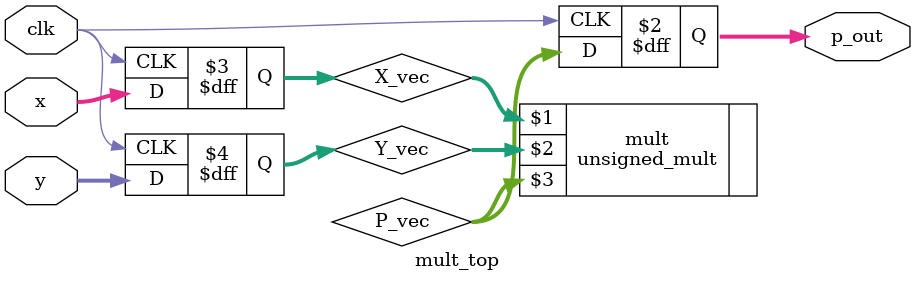
<source format=v>

`include "timescale.v"

module mult_top(
    // Clock and reset
    input clk,
    // Input X has a form x_i%d where %d denotes the bit number
    input  [15:0] x,
    // Input Y has a form y_i%d where %d denotes the bit number
    input  [15:0] y,
    // Output P has a form p_out%d where %d denotes the bit number
    output reg [31:0] p_out
    );

    
    // Now we have X_vec and Y_vec signal 
    // Then we do processing with these signals and store the 
    // intermidiate result in P_vec
    // For example purposes X_vec and Y_vec are concanated and stored in P_vec
    wire [31:0] P_vec;
    reg [15:0] X_vec;
    reg [15:0] Y_vec;
    
    unsigned_mult mult(X_vec,Y_vec,P_vec); 

 
    always @(posedge clk) 
    begin
        p_out = P_vec;
        X_vec = x;
        Y_vec = y;
    end

endmodule 


</source>
